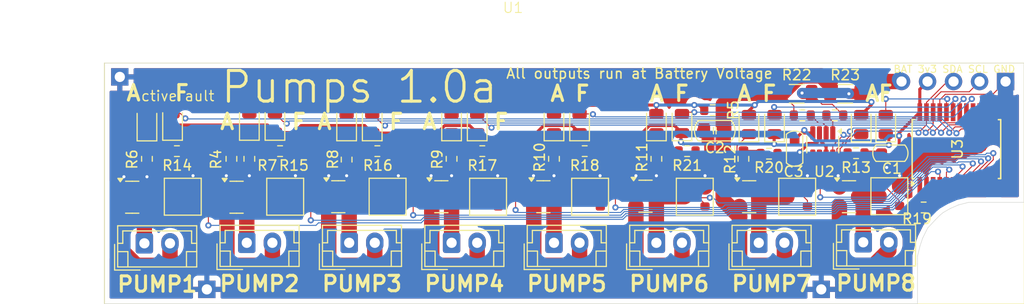
<source format=kicad_pcb>
(kicad_pcb
	(version 20241229)
	(generator "pcbnew")
	(generator_version "9.0")
	(general
		(thickness 1.6)
		(legacy_teardrops no)
	)
	(paper "A4")
	(layers
		(0 "F.Cu" signal)
		(2 "B.Cu" signal)
		(9 "F.Adhes" user "F.Adhesive")
		(11 "B.Adhes" user "B.Adhesive")
		(13 "F.Paste" user)
		(15 "B.Paste" user)
		(5 "F.SilkS" user "F.Silkscreen")
		(7 "B.SilkS" user "B.Silkscreen")
		(1 "F.Mask" user)
		(3 "B.Mask" user)
		(17 "Dwgs.User" user "User.Drawings")
		(19 "Cmts.User" user "User.Comments")
		(21 "Eco1.User" user "User.Eco1")
		(23 "Eco2.User" user "User.Eco2")
		(25 "Edge.Cuts" user)
		(27 "Margin" user)
		(31 "F.CrtYd" user "F.Courtyard")
		(29 "B.CrtYd" user "B.Courtyard")
		(35 "F.Fab" user)
		(33 "B.Fab" user)
		(39 "User.1" user)
		(41 "User.2" user)
		(43 "User.3" user)
		(45 "User.4" user)
	)
	(setup
		(pad_to_mask_clearance 0)
		(allow_soldermask_bridges_in_footprints no)
		(tenting front back)
		(pcbplotparams
			(layerselection 0x00000000_00000000_55555555_5755f5ff)
			(plot_on_all_layers_selection 0x00000000_00000000_00000000_00000000)
			(disableapertmacros no)
			(usegerberextensions no)
			(usegerberattributes yes)
			(usegerberadvancedattributes yes)
			(creategerberjobfile yes)
			(dashed_line_dash_ratio 12.000000)
			(dashed_line_gap_ratio 3.000000)
			(svgprecision 4)
			(plotframeref no)
			(mode 1)
			(useauxorigin no)
			(hpglpennumber 1)
			(hpglpenspeed 20)
			(hpglpendiameter 15.000000)
			(pdf_front_fp_property_popups yes)
			(pdf_back_fp_property_popups yes)
			(pdf_metadata yes)
			(pdf_single_document no)
			(dxfpolygonmode yes)
			(dxfimperialunits yes)
			(dxfusepcbnewfont yes)
			(psnegative no)
			(psa4output no)
			(plot_black_and_white yes)
			(sketchpadsonfab no)
			(plotpadnumbers no)
			(hidednponfab no)
			(sketchdnponfab yes)
			(crossoutdnponfab yes)
			(subtractmaskfromsilk no)
			(outputformat 1)
			(mirror no)
			(drillshape 1)
			(scaleselection 1)
			(outputdirectory "")
		)
	)
	(net 0 "")
	(net 1 "GND")
	(net 2 "Net-(PUMP2-Pin_1)")
	(net 3 "VBAT")
	(net 4 "Net-(PUMP3-Pin_1)")
	(net 5 "Net-(PUMP4-Pin_1)")
	(net 6 "Net-(PUMP1-Pin_1)")
	(net 7 "Net-(PUMP5-Pin_1)")
	(net 8 "Net-(PUMP6-Pin_1)")
	(net 9 "Net-(PUMP7-Pin_1)")
	(net 10 "Net-(PUMP8-Pin_1)")
	(net 11 "5K_VBAT")
	(net 12 "Net-(P_FAULT1-K)")
	(net 13 "Net-(P_FAULT1-A)")
	(net 14 "Net-(P_FAULT2-A)")
	(net 15 "Net-(P_FAULT3-A)")
	(net 16 "Net-(P_FAULT4-A)")
	(net 17 "Net-(P_FAULT5-A)")
	(net 18 "Net-(P_FAULT6-A)")
	(net 19 "Net-(P_FAULT7-A)")
	(net 20 "Net-(P_FAULT8-A)")
	(net 21 "Net-(Q5-G)")
	(net 22 "PUMP1")
	(net 23 "Net-(Q7-G)")
	(net 24 "PUMP3")
	(net 25 "Net-(Q8-G)")
	(net 26 "PUMP4")
	(net 27 "PUMP5")
	(net 28 "PUMP6")
	(net 29 "PUMP7")
	(net 30 "PUMP8")
	(net 31 "PUMP2")
	(net 32 "3_3V")
	(net 33 "SDA")
	(net 34 "SCL")
	(net 35 "Net-(Q1-G)")
	(net 36 "Net-(Q2-G)")
	(net 37 "Net-(Q3-G)")
	(net 38 "Net-(Q4-G)")
	(net 39 "Net-(Q6-G)")
	(net 40 "VCC")
	(net 41 "Net-(U2-IN-)")
	(net 42 "Net-(U2-IN+)")
	(net 43 "unconnected-(U3-~{INT}-Pad1)")
	(footprint "Resistor_SMD:R_0603_1608Metric" (layer "F.Cu") (at 131.75 86 180))
	(footprint "Resistor_SMD:R_1206_3216Metric" (layer "F.Cu") (at 172.7 80.4))
	(footprint "PCM_Package_TO_SOT_SMD_AKL:SOT-23" (layer "F.Cu") (at 132.75 90.45 180))
	(footprint "PCM_Package_TO_SOT_SMD_AKL:SOT-23" (layer "F.Cu") (at 152.525 90.45 180))
	(footprint "PCM_Package_TO_SOT_SMD_AKL:SOT-23" (layer "F.Cu") (at 112.75 90.45 180))
	(footprint "Connector_JST:JST_EH_B2B-EH-A_1x02_P2.50mm_Vertical" (layer "F.Cu") (at 179.2 94.9))
	(footprint "Connector_JST:JST_EH_B2B-EH-A_1x02_P2.50mm_Vertical" (layer "F.Cu") (at 169 94.95))
	(footprint "PCM_Package_TO_SOT_SMD_AKL:SOT-23" (layer "F.Cu") (at 162.75 90.45 180))
	(footprint "Resistor_SMD:R_0603_1608Metric" (layer "F.Cu") (at 185.1 91.5 180))
	(footprint "Resistor_SMD:R_0603_1608Metric" (layer "F.Cu") (at 149 86.75 -90))
	(footprint "LED_SMD:LED_0805_2012Metric" (layer "F.Cu") (at 151.5 83.3 90))
	(footprint "Resistor_SMD:R_0603_1608Metric" (layer "F.Cu") (at 159 86.75 -90))
	(footprint "LED_SMD:LED_0805_2012Metric" (layer "F.Cu") (at 159 83.3 90))
	(footprint "Resistor_SMD:R_0603_1608Metric" (layer "F.Cu") (at 162 86 180))
	(footprint "LED_SMD:LED_0805_2012Metric" (layer "F.Cu") (at 119.25 83.25 90))
	(footprint "Resistor_SMD:R_0603_1608Metric" (layer "F.Cu") (at 112.175 86 180))
	(footprint "Resistor_SMD:R_0603_1608Metric" (layer "F.Cu") (at 119.25 86.75 -90))
	(footprint "LED_SMD:LED_0805_2012Metric" (layer "F.Cu") (at 141.5 83.3 90))
	(footprint "Resistor_SMD:R_0603_1608Metric" (layer "F.Cu") (at 167.5 86.75 -90))
	(footprint "PCM_Package_TO_SOT_SMD_AKL:SOT-23" (layer "F.Cu") (at 142.5625 90.45 180))
	(footprint "LED_SMD:LED_0805_2012Metric" (layer "F.Cu") (at 149 83.3 90))
	(footprint "PCM_Capacitor_SMD_Handsoldering_AKL:C_0603_1608Metric_Pad1.08x0.95mm" (layer "F.Cu") (at 172.5 85.75 90))
	(footprint "Package_TO_SOT_SMD:SOT-23-8" (layer "F.Cu") (at 175.25 85.3625 -90))
	(footprint "LED_SMD:LED_0805_2012Metric" (layer "F.Cu") (at 179 83.4 90))
	(footprint "LED_SMD:LED_0805_2012Metric" (layer "F.Cu") (at 109.25 83.3125 90))
	(footprint "Modules:PumpModule" (layer "F.Cu") (at 145.1 72.5))
	(footprint "Package_SO:SSOP-24_5.3x8.2mm_P0.65mm" (layer "F.Cu") (at 188.3 85.8 90))
	(footprint "Connector_JST:JST_EH_B2B-EH-A_1x02_P2.50mm_Vertical" (layer "F.Cu") (at 149 94.95))
	(footprint "LED_SMD:LED_0805_2012Metric" (layer "F.Cu") (at 128.75 83.3 90))
	(footprint "Resistor_SMD:R_0603_1608Metric" (layer "F.Cu") (at 170 86.25 180))
	(footprint "LED_SMD:LED_0805_2012Metric" (layer "F.Cu") (at 170.5375 83.4 90))
	(footprint "Connector_JST:JST_EH_B2B-EH-A_1x02_P2.50mm_Vertical" (layer "F.Cu") (at 159 94.95))
	(footprint "PCM_Capacitor_SMD_Handsoldering_AKL:C_0805_2012Metric_Pad1.18x1.45mm" (layer "F.Cu") (at 164.7 84 180))
	(footprint "Resistor_SMD:R_0603_1608Metric" (layer "F.Cu") (at 176.425 82.5 180))
	(footprint "Resistor_SMD:R_0603_1608Metric" (layer "F.Cu") (at 173.25 82.5 180))
	(footprint "LED_SMD:LED_0805_2012Metric" (layer "F.Cu") (at 168.0375 83.4 90))
	(footprint "PCM_Package_TO_SOT_SMD_AKL:SOT-23" (layer "F.Cu") (at 122.75 90.45 180))
	(footprint "Resistor_SMD:R_1206_3216Metric"
		(layer "F.Cu")
		(uuid "8e5a8e06-49a9-4bfd-928f-ba8f41366f6f")
		(at 177.4375 80.4)
		(descr "Resistor SMD 1206 (3216 Metric), square (rectangular) end terminal, IPC-7351 nominal, (Body size source: IPC-SM-782 page 72, https://www.pcb-3d.com/wordpress/wp-content/uploads/ipc-sm-782a_amendment_1_and_2.pdf), generated with kicad-footprint-generator")
		(tags "resistor")
		(property "Reference" "R23"
			(at 0 -1.83 0)
			(layer "F.SilkS")
			(uuid "912cc8f2-30b1-4c96-80f5-cc8a61a02207")
			(effects
				(font
					(size 1 1)
					(thickness 0.15)
				)
			)
		)
		(property "Value" "100mOhm"
			(at 0 1.83 0)
			(layer "F.Fab")
			(uuid "563663da-e7da-4ff1-a3fc-e8c36d8c91b4")
			(effects
				(font
					(size 1 1)
					(thickness 0.15)
				)
			)
		)
		(property "Datasheet" ""
			(at 0 0 0)
			(layer "F.Fab")
			(hide yes)
			(uuid "9b707357-931d-4390-9670-e17b9245f650")
			(effects
				(font
					(size 1.27 1.27)
					(thickness 0.15)
				)
			)
		)
		(property "Description" "Resistor"
			(at 0 0 0)
			(layer "F.Fab")
			(hide yes)
			(uuid "054083aa-a529-4865-868e-d6370b7578f3")
			(effects
				(font
					(size 1.27 1.27)
					(thickness 0.15)
				)
			)
		)
		(property "Field5" ""
			(at 0 0 0)
			(unlocked yes)
			(layer "F.Fab")
			(hide yes)
			(uuid "4e131cf0-00e4-46eb-a9f3-e558e8105332")
			(effects
				(font
					(size 1 1)
					(thickness 0.15)
				)
			)
		)
		(property "LCSC_PART_NUMBER" "C25334"
			(at 0 0 0)
			(unlocked yes)
			(layer "F.Fab")
			(hide yes)
			(uuid "c0f94625-2186-4db5-8abe-e16099b27e28")
			(effects
				(font
					(size 1 1)
					(thickness 0.15)
				)
			)
		)
		(property ki_fp_filters "R_*")
		(path "/cd915e50-d838-4be3-a347-a21c637844fb")
		(sheetname "/")
		(sheetfile "PumpOutput.kicad_sch")
		(attr smd)
		(fp_line
			(start -0.727064 -0.91)
			(end 0.727064 -0.91)
			(stroke
				(width 0.12)
				(type solid)
			)
			(layer "F.SilkS")
			(uuid "590ab964-5569-494d-af77-9d2fec7a4e3c")
		)
		(fp_line
			(start -0.727064 0.91)
			(end 0.727064 0.91)
			(stroke
				(width 0.12)
				(type solid)
			)
			(layer "F.SilkS")
			(uuid "4627df8b-ec7b-4b5b-94fe-083e01b4ab2e")
		)
		(fp_line
			(start -2.28 -1.13)
			(end 2.28 -1.13)
			(stroke
				(width 0.05)
				(type solid)
			)
			(layer "F.CrtYd")
			(uuid "9e087f1f-ef78-4b28-b2e3-5bee0eaca7ef")
		)
		(fp_line
			(start -2.28 1.13)
			(end -2.28 -1.13)
			(stroke
				(width 0.05)
				(type solid)
			)
			(layer "F.CrtYd")
			(uuid "93b3d090-e4fe-49a1-9553-67d4ad219b60")
		)
		(fp_line
			(start 2.28 -1.13)
			(end 2.28 1.13)
			(stroke
				(width 0.05)
				(type solid)
			)
			(lay
... [371979 chars truncated]
</source>
